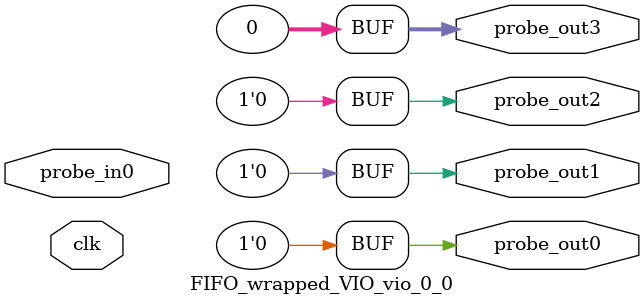
<source format=v>
`timescale 1ns / 1ps
module FIFO_wrapped_VIO_vio_0_0 (
clk,
probe_in0,
probe_out0,
probe_out1,
probe_out2,
probe_out3
);

input clk;
input [31 : 0] probe_in0;

output reg [0 : 0] probe_out0 = 'h0 ;
output reg [0 : 0] probe_out1 = 'h0 ;
output reg [0 : 0] probe_out2 = 'h0 ;
output reg [31 : 0] probe_out3 = 'h00000000 ;


endmodule

</source>
